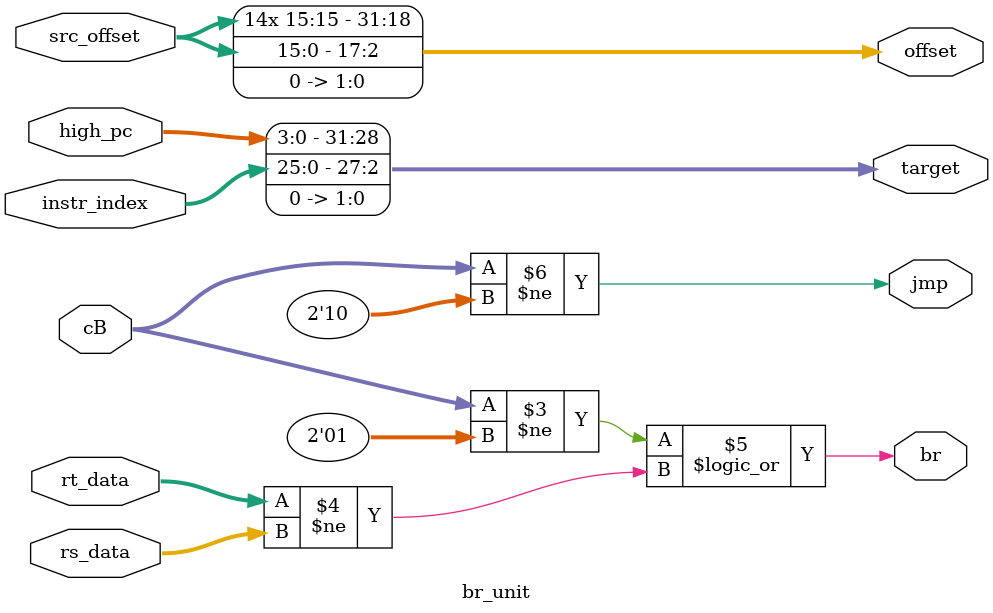
<source format=v>
`timescale 1ns / 1ps

module br_unit(
    input [31:0] rs_data,
    input [31:0] rt_data,
    input [15:0] src_offset,
    input [3:0] high_pc,
    input [25:0] instr_index,
    input [1:0] cB,
    output [31:0] offset,
    output [31:0] target,
    output br,       // branch, c5
    output jmp       // jump, c6
    );
    assign offset = {{16{src_offset[15]}}, src_offset} << 2;                // src_offset*4
    assign target = {high_pc, {{2{instr_index[25]}}, instr_index} << 2};    // [high_pc, instr_index*4]
    assign br = (cB != 2'b01 || rt_data != rs_data);
    assign jmp = (cB != 2'b10);
endmodule

</source>
